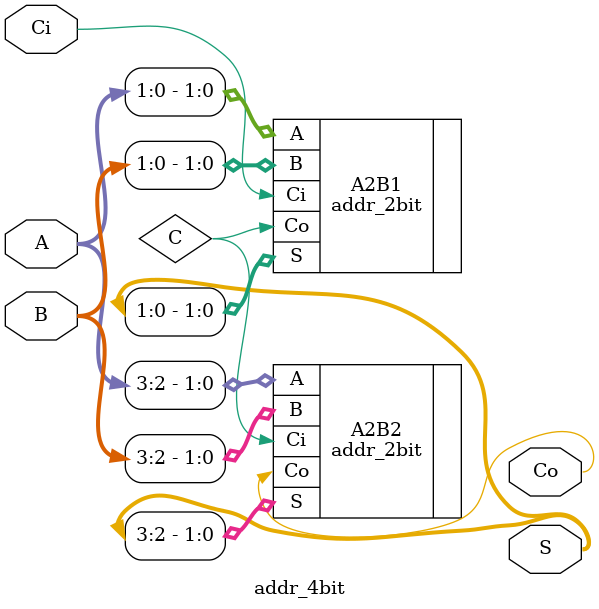
<source format=v>
module addr_4bit(S,Co,A,B,Ci);
    input [3:0] A,B;
    input Ci;
    output [3:0] S;
    output Co;
    wire C;
    addr_2bit A2B1(.S(S[1:0]),.Co(C),.A(A[1:0]),.B(B[1:0]),.Ci(Ci)),
              A2B2(.S(S[3:2]),.Co(Co),.A(A[3:2]),.B(B[3:2]),.Ci(C));
endmodule
</source>
